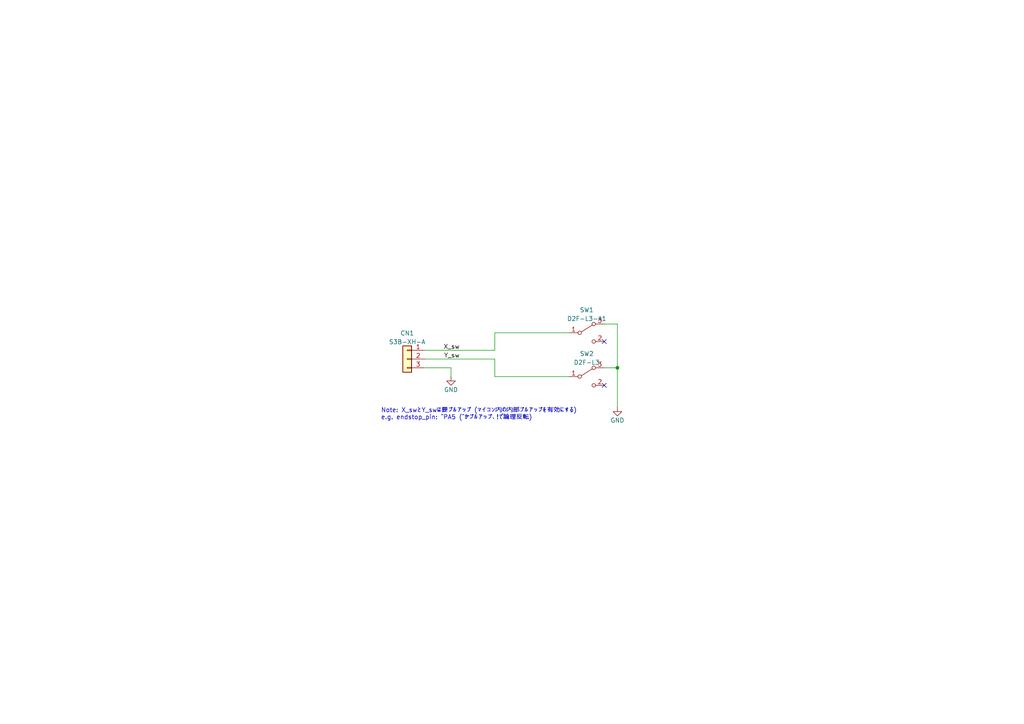
<source format=kicad_sch>
(kicad_sch (version 20211123) (generator eeschema)

  (uuid 424883b2-78c2-499b-aeb2-b59959dfa457)

  (paper "A4")

  (lib_symbols
    (symbol "Connector_Generic:Conn_01x03" (pin_names (offset 1.016) hide) (in_bom yes) (on_board yes)
      (property "Reference" "J" (id 0) (at 0 5.08 0)
        (effects (font (size 1.27 1.27)))
      )
      (property "Value" "Conn_01x03" (id 1) (at 0 -5.08 0)
        (effects (font (size 1.27 1.27)))
      )
      (property "Footprint" "" (id 2) (at 0 0 0)
        (effects (font (size 1.27 1.27)) hide)
      )
      (property "Datasheet" "~" (id 3) (at 0 0 0)
        (effects (font (size 1.27 1.27)) hide)
      )
      (property "ki_keywords" "connector" (id 4) (at 0 0 0)
        (effects (font (size 1.27 1.27)) hide)
      )
      (property "ki_description" "Generic connector, single row, 01x03, script generated (kicad-library-utils/schlib/autogen/connector/)" (id 5) (at 0 0 0)
        (effects (font (size 1.27 1.27)) hide)
      )
      (property "ki_fp_filters" "Connector*:*_1x??_*" (id 6) (at 0 0 0)
        (effects (font (size 1.27 1.27)) hide)
      )
      (symbol "Conn_01x03_1_1"
        (rectangle (start -1.27 -2.413) (end 0 -2.667)
          (stroke (width 0.1524) (type default) (color 0 0 0 0))
          (fill (type none))
        )
        (rectangle (start -1.27 0.127) (end 0 -0.127)
          (stroke (width 0.1524) (type default) (color 0 0 0 0))
          (fill (type none))
        )
        (rectangle (start -1.27 2.667) (end 0 2.413)
          (stroke (width 0.1524) (type default) (color 0 0 0 0))
          (fill (type none))
        )
        (rectangle (start -1.27 3.81) (end 1.27 -3.81)
          (stroke (width 0.254) (type default) (color 0 0 0 0))
          (fill (type background))
        )
        (pin passive line (at -5.08 2.54 0) (length 3.81)
          (name "Pin_1" (effects (font (size 1.27 1.27))))
          (number "1" (effects (font (size 1.27 1.27))))
        )
        (pin passive line (at -5.08 0 0) (length 3.81)
          (name "Pin_2" (effects (font (size 1.27 1.27))))
          (number "2" (effects (font (size 1.27 1.27))))
        )
        (pin passive line (at -5.08 -2.54 0) (length 3.81)
          (name "Pin_3" (effects (font (size 1.27 1.27))))
          (number "3" (effects (font (size 1.27 1.27))))
        )
      )
    )
    (symbol "Switch:SW_SPDT" (pin_names (offset 0) hide) (in_bom yes) (on_board yes)
      (property "Reference" "SW?" (id 0) (at 0 6.6208 0)
        (effects (font (size 1.27 1.27)))
      )
      (property "Value" "D2F-L3" (id 1) (at 0 4.0839 0)
        (effects (font (size 1.27 1.27)))
      )
      (property "Footprint" "" (id 2) (at 0 0 0)
        (effects (font (size 1.27 1.27)) hide)
      )
      (property "Datasheet" "~" (id 3) (at 0 0 0)
        (effects (font (size 1.27 1.27)) hide)
      )
      (property "ki_keywords" "switch single-pole double-throw spdt ON-ON" (id 4) (at 0 0 0)
        (effects (font (size 1.27 1.27)) hide)
      )
      (property "ki_description" "Switch, single pole double throw" (id 5) (at 0 0 0)
        (effects (font (size 1.27 1.27)) hide)
      )
      (symbol "SW_SPDT_0_0"
        (circle (center -2.032 0) (radius 0.508)
          (stroke (width 0) (type default) (color 0 0 0 0))
          (fill (type none))
        )
        (circle (center 2.032 -2.54) (radius 0.508)
          (stroke (width 0) (type default) (color 0 0 0 0))
          (fill (type none))
        )
      )
      (symbol "SW_SPDT_0_1"
        (polyline
          (pts
            (xy -1.524 0.254)
            (xy 1.651 2.286)
          )
          (stroke (width 0) (type default) (color 0 0 0 0))
          (fill (type none))
        )
        (circle (center 2.032 2.54) (radius 0.508)
          (stroke (width 0) (type default) (color 0 0 0 0))
          (fill (type none))
        )
      )
      (symbol "SW_SPDT_1_1"
        (pin passive line (at -5.08 0 0) (length 2.54)
          (name "B" (effects (font (size 1.27 1.27))))
          (number "1" (effects (font (size 1.27 1.27))))
        )
        (pin passive line (at 5.08 -2.54 180) (length 2.54)
          (name "C" (effects (font (size 1.27 1.27))))
          (number "2" (effects (font (size 1.27 1.27))))
        )
        (pin passive line (at 5.08 2.54 180) (length 2.54)
          (name "A" (effects (font (size 1.27 1.27))))
          (number "3" (effects (font (size 1.27 1.27))))
        )
      )
    )
    (symbol "power:GND" (power) (pin_names (offset 0)) (in_bom yes) (on_board yes)
      (property "Reference" "#PWR" (id 0) (at 0 -6.35 0)
        (effects (font (size 1.27 1.27)) hide)
      )
      (property "Value" "GND" (id 1) (at 0 -3.81 0)
        (effects (font (size 1.27 1.27)))
      )
      (property "Footprint" "" (id 2) (at 0 0 0)
        (effects (font (size 1.27 1.27)) hide)
      )
      (property "Datasheet" "" (id 3) (at 0 0 0)
        (effects (font (size 1.27 1.27)) hide)
      )
      (property "ki_keywords" "power-flag" (id 4) (at 0 0 0)
        (effects (font (size 1.27 1.27)) hide)
      )
      (property "ki_description" "Power symbol creates a global label with name \"GND\" , ground" (id 5) (at 0 0 0)
        (effects (font (size 1.27 1.27)) hide)
      )
      (symbol "GND_0_1"
        (polyline
          (pts
            (xy 0 0)
            (xy 0 -1.27)
            (xy 1.27 -1.27)
            (xy 0 -2.54)
            (xy -1.27 -1.27)
            (xy 0 -1.27)
          )
          (stroke (width 0) (type default) (color 0 0 0 0))
          (fill (type none))
        )
      )
      (symbol "GND_1_1"
        (pin power_in line (at 0 0 270) (length 0) hide
          (name "GND" (effects (font (size 1.27 1.27))))
          (number "1" (effects (font (size 1.27 1.27))))
        )
      )
    )
  )

  (junction (at 179.07 106.68) (diameter 0) (color 0 0 0 0)
    (uuid 57c3a154-b29b-49e2-9c5f-46c79c7aece1)
  )

  (no_connect (at 175.26 99.06) (uuid 6c6c4347-a441-4708-9577-588ba7d4774c))
  (no_connect (at 175.26 111.76) (uuid 6c6c4347-a441-4708-9577-588ba7d4774d))

  (wire (pts (xy 130.81 106.68) (xy 130.81 109.22))
    (stroke (width 0) (type default) (color 0 0 0 0))
    (uuid 13316e17-568c-4d4e-9635-6e63d54a85fb)
  )
  (wire (pts (xy 143.51 104.14) (xy 143.51 109.22))
    (stroke (width 0) (type default) (color 0 0 0 0))
    (uuid 2567bc77-b288-4984-8df2-51780251a043)
  )
  (wire (pts (xy 143.51 96.52) (xy 165.1 96.52))
    (stroke (width 0) (type default) (color 0 0 0 0))
    (uuid 2e851e1d-4760-46c1-9939-f9d53118a302)
  )
  (wire (pts (xy 175.26 93.98) (xy 179.07 93.98))
    (stroke (width 0) (type default) (color 0 0 0 0))
    (uuid 55507498-55d9-4cc1-b6ce-74d17acccfff)
  )
  (wire (pts (xy 123.19 106.68) (xy 130.81 106.68))
    (stroke (width 0) (type default) (color 0 0 0 0))
    (uuid 581c8465-9be2-40ec-9864-1e0378f94ae3)
  )
  (wire (pts (xy 179.07 106.68) (xy 179.07 118.11))
    (stroke (width 0) (type default) (color 0 0 0 0))
    (uuid 6af9f8c6-d631-446d-99b2-87df7efb5449)
  )
  (wire (pts (xy 165.1 109.22) (xy 143.51 109.22))
    (stroke (width 0) (type default) (color 0 0 0 0))
    (uuid 80a3d915-0dbc-4c72-9b9f-9c575cf6e950)
  )
  (wire (pts (xy 123.19 104.14) (xy 143.51 104.14))
    (stroke (width 0) (type default) (color 0 0 0 0))
    (uuid 9e65ec48-b593-4fe7-b37b-cc3605475847)
  )
  (wire (pts (xy 123.19 101.6) (xy 143.51 101.6))
    (stroke (width 0) (type default) (color 0 0 0 0))
    (uuid f2e0e0bd-f578-441a-9c46-85ea22db96ab)
  )
  (wire (pts (xy 143.51 101.6) (xy 143.51 96.52))
    (stroke (width 0) (type default) (color 0 0 0 0))
    (uuid f4d43103-0910-465f-b059-9be4747160ce)
  )
  (wire (pts (xy 179.07 93.98) (xy 179.07 106.68))
    (stroke (width 0) (type default) (color 0 0 0 0))
    (uuid f598eaba-b5e8-437a-9c1b-c6ec0deb0f5b)
  )
  (wire (pts (xy 175.26 106.68) (xy 179.07 106.68))
    (stroke (width 0) (type default) (color 0 0 0 0))
    (uuid fb23339f-6c6e-40f1-969a-53516a80e493)
  )

  (text "Note: X_swとY_swは要プルアップ (マイコン内の内部プルアップを有効にする)\ne.g. endstop_pin: ^PA5 (^がプルアップ、!で論理反転)"
    (at 110.49 121.92 0)
    (effects (font (size 1.27 1.27)) (justify left bottom))
    (uuid 2bca1f85-b315-449a-b4db-ee1a7a04d544)
  )

  (label "Y_sw" (at 133.35 104.14 180)
    (effects (font (size 1.27 1.27)) (justify right bottom))
    (uuid eddb340a-e721-4d32-bb32-92840ae7fb0e)
  )
  (label "X_sw" (at 133.35 101.6 180)
    (effects (font (size 1.27 1.27)) (justify right bottom))
    (uuid f1216994-6fcf-407e-8e85-ef35cbf11a16)
  )

  (symbol (lib_id "Switch:SW_SPDT") (at 170.18 96.52 0) (unit 1)
    (in_bom yes) (on_board yes) (fields_autoplaced)
    (uuid 1034ca0c-3495-49b2-96b0-8fad9d31cb88)
    (property "Reference" "SW1" (id 0) (at 170.18 89.8992 0))
    (property "Value" "D2F-L3-A1" (id 1) (at 170.18 92.4361 0))
    (property "Footprint" "D2F:D2F-x_A1" (id 2) (at 170.18 96.52 0)
      (effects (font (size 1.27 1.27)) hide)
    )
    (property "Datasheet" "~" (id 3) (at 170.18 96.52 0)
      (effects (font (size 1.27 1.27)) hide)
    )
    (pin "1" (uuid 6d0b00c9-d66c-418d-80ff-978f86ad7fa5))
    (pin "2" (uuid 40083372-059c-4bb7-bdb2-29eeef82c439))
    (pin "3" (uuid 9d942a8a-1dcb-4547-aafa-6772f31204dd))
  )

  (symbol (lib_id "Switch:SW_SPDT") (at 170.18 109.22 0) (unit 1)
    (in_bom yes) (on_board yes) (fields_autoplaced)
    (uuid 5a3dc332-4c11-40fc-8d76-491b8469bb5f)
    (property "Reference" "SW2" (id 0) (at 170.18 102.5992 0))
    (property "Value" "D2F-L3" (id 1) (at 170.18 105.1361 0))
    (property "Footprint" "D2F:D2F-x_T" (id 2) (at 170.18 109.22 0)
      (effects (font (size 1.27 1.27)) hide)
    )
    (property "Datasheet" "~" (id 3) (at 170.18 109.22 0)
      (effects (font (size 1.27 1.27)) hide)
    )
    (pin "1" (uuid adf6725e-a7f3-4d3c-bc3d-c494ecf510f3))
    (pin "2" (uuid a1427385-c9f5-41ef-90bd-5929ed4fb597))
    (pin "3" (uuid 54b049c0-cabd-4e42-b046-b115abaed944))
  )

  (symbol (lib_id "power:GND") (at 179.07 118.11 0) (unit 1)
    (in_bom yes) (on_board yes)
    (uuid 8893287b-2596-42b6-91b2-7d843959295c)
    (property "Reference" "#PWR?" (id 0) (at 179.07 124.46 0)
      (effects (font (size 1.27 1.27)) hide)
    )
    (property "Value" "GND" (id 1) (at 179.07 121.92 0))
    (property "Footprint" "" (id 2) (at 179.07 118.11 0)
      (effects (font (size 1.27 1.27)) hide)
    )
    (property "Datasheet" "" (id 3) (at 179.07 118.11 0)
      (effects (font (size 1.27 1.27)) hide)
    )
    (pin "1" (uuid ebcc4e27-7b5b-4276-acfd-964e48507e5d))
  )

  (symbol (lib_id "power:GND") (at 130.81 109.22 0) (unit 1)
    (in_bom yes) (on_board yes)
    (uuid 8fea89dd-76ca-4521-8f8b-3587afac279b)
    (property "Reference" "#PWR?" (id 0) (at 130.81 115.57 0)
      (effects (font (size 1.27 1.27)) hide)
    )
    (property "Value" "GND" (id 1) (at 130.81 113.03 0))
    (property "Footprint" "" (id 2) (at 130.81 109.22 0)
      (effects (font (size 1.27 1.27)) hide)
    )
    (property "Datasheet" "" (id 3) (at 130.81 109.22 0)
      (effects (font (size 1.27 1.27)) hide)
    )
    (pin "1" (uuid 79300f4e-1cb2-4978-b540-6bfed42cf1f5))
  )

  (symbol (lib_id "Connector_Generic:Conn_01x03") (at 118.11 104.14 0) (mirror y) (unit 1)
    (in_bom yes) (on_board yes)
    (uuid f077fb2c-2c64-4399-b8bf-7ba5be262f83)
    (property "Reference" "CN1" (id 0) (at 118.11 96.6302 0))
    (property "Value" "S3B-XH-A" (id 1) (at 118.11 99.1671 0))
    (property "Footprint" "Connector_JST:JST_XH_S3B-XH-A_1x03_P2.50mm_Horizontal" (id 2) (at 118.11 104.14 0)
      (effects (font (size 1.27 1.27)) hide)
    )
    (property "Datasheet" "~" (id 3) (at 118.11 104.14 0)
      (effects (font (size 1.27 1.27)) hide)
    )
    (pin "1" (uuid e6eaa43a-15bf-4735-b86c-2d23aa8c2d6e))
    (pin "2" (uuid e0283491-f151-4a79-89c7-dc38111ddce4))
    (pin "3" (uuid 831ef770-ef2e-4e21-b901-d25a03334e61))
  )

  (sheet_instances
    (path "/" (page "1"))
  )

  (symbol_instances
    (path "/8893287b-2596-42b6-91b2-7d843959295c"
      (reference "#PWR?") (unit 1) (value "GND") (footprint "")
    )
    (path "/8fea89dd-76ca-4521-8f8b-3587afac279b"
      (reference "#PWR?") (unit 1) (value "GND") (footprint "")
    )
    (path "/f077fb2c-2c64-4399-b8bf-7ba5be262f83"
      (reference "CN1") (unit 1) (value "S3B-XH-A") (footprint "Connector_JST:JST_XH_S3B-XH-A_1x03_P2.50mm_Horizontal")
    )
    (path "/1034ca0c-3495-49b2-96b0-8fad9d31cb88"
      (reference "SW1") (unit 1) (value "D2F-L3-A1") (footprint "D2F:D2F-x_A1")
    )
    (path "/5a3dc332-4c11-40fc-8d76-491b8469bb5f"
      (reference "SW2") (unit 1) (value "D2F-L3") (footprint "D2F:D2F-x_T")
    )
  )
)

</source>
